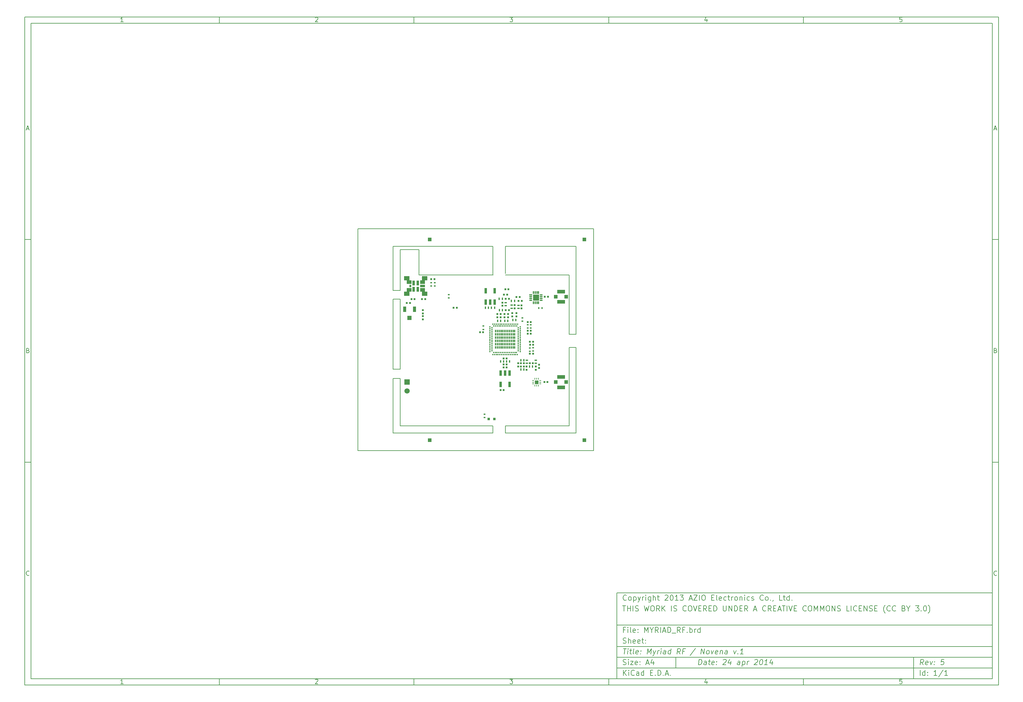
<source format=gtp>
G04 (created by PCBNEW (2013-05-31 BZR 4019)-stable) date 24/04/2014 12:04:12*
%MOIN*%
G04 Gerber Fmt 3.4, Leading zero omitted, Abs format*
%FSLAX34Y34*%
G01*
G70*
G90*
G04 APERTURE LIST*
%ADD10C,0.00590551*%
%ADD11C,0.0077*%
%ADD12R,0.0392X0.0392*%
%ADD13R,0.0195X0.0175*%
%ADD14R,0.0175X0.0195*%
%ADD15R,0.014X0.0259*%
%ADD16R,0.0259X0.014*%
%ADD17R,0.0195X0.0195*%
%ADD18R,0.0299X0.0649*%
%ADD19R,0.00984252X0.0216535*%
%ADD20R,0.0216535X0.00984252*%
%ADD21R,0.0433071X0.0433071*%
%ADD22R,0.0117X0.0275*%
%ADD23R,0.0117X0.0117*%
%ADD24R,0.0117X0.0177*%
%ADD25R,0.0177X0.0117*%
%ADD26R,0.0511811X0.0511811*%
%ADD27R,0.0354331X0.0629921*%
%ADD28R,0.0597X0.0597*%
%ADD29C,0.0597*%
%ADD30R,0.0591X0.0472*%
%ADD31R,0.0275591X0.0531496*%
%ADD32R,0.0531496X0.0393701*%
%ADD33R,0.023622X0.0275591*%
%ADD34R,0.0531496X0.0275591*%
%ADD35R,0.0314X0.0314*%
%ADD36R,0.0669X0.0669*%
%ADD37O,0.0117X0.0335*%
%ADD38O,0.0122X0.0335*%
%ADD39O,0.0118X0.0335*%
%ADD40O,0.0335X0.0118*%
%ADD41R,0.0335X0.0118*%
%ADD42O,0.0335X0.0122*%
%ADD43R,0.0393701X0.0393701*%
%ADD44R,0.0866142X0.0413386*%
G04 APERTURE END LIST*
G54D10*
X4000Y-4000D02*
X112930Y-4000D01*
X112930Y-78680D01*
X4000Y-78680D01*
X4000Y-4000D01*
X4700Y-4700D02*
X112230Y-4700D01*
X112230Y-77980D01*
X4700Y-77980D01*
X4700Y-4700D01*
X25780Y-4000D02*
X25780Y-4700D01*
X15032Y-4552D02*
X14747Y-4552D01*
X14890Y-4552D02*
X14890Y-4052D01*
X14842Y-4123D01*
X14794Y-4171D01*
X14747Y-4195D01*
X25780Y-78680D02*
X25780Y-77980D01*
X15032Y-78532D02*
X14747Y-78532D01*
X14890Y-78532D02*
X14890Y-78032D01*
X14842Y-78103D01*
X14794Y-78151D01*
X14747Y-78175D01*
X47560Y-4000D02*
X47560Y-4700D01*
X36527Y-4100D02*
X36550Y-4076D01*
X36598Y-4052D01*
X36717Y-4052D01*
X36765Y-4076D01*
X36789Y-4100D01*
X36812Y-4147D01*
X36812Y-4195D01*
X36789Y-4266D01*
X36503Y-4552D01*
X36812Y-4552D01*
X47560Y-78680D02*
X47560Y-77980D01*
X36527Y-78080D02*
X36550Y-78056D01*
X36598Y-78032D01*
X36717Y-78032D01*
X36765Y-78056D01*
X36789Y-78080D01*
X36812Y-78127D01*
X36812Y-78175D01*
X36789Y-78246D01*
X36503Y-78532D01*
X36812Y-78532D01*
X69340Y-4000D02*
X69340Y-4700D01*
X58283Y-4052D02*
X58592Y-4052D01*
X58426Y-4242D01*
X58497Y-4242D01*
X58545Y-4266D01*
X58569Y-4290D01*
X58592Y-4338D01*
X58592Y-4457D01*
X58569Y-4504D01*
X58545Y-4528D01*
X58497Y-4552D01*
X58354Y-4552D01*
X58307Y-4528D01*
X58283Y-4504D01*
X69340Y-78680D02*
X69340Y-77980D01*
X58283Y-78032D02*
X58592Y-78032D01*
X58426Y-78222D01*
X58497Y-78222D01*
X58545Y-78246D01*
X58569Y-78270D01*
X58592Y-78318D01*
X58592Y-78437D01*
X58569Y-78484D01*
X58545Y-78508D01*
X58497Y-78532D01*
X58354Y-78532D01*
X58307Y-78508D01*
X58283Y-78484D01*
X91120Y-4000D02*
X91120Y-4700D01*
X80325Y-4219D02*
X80325Y-4552D01*
X80206Y-4028D02*
X80087Y-4385D01*
X80396Y-4385D01*
X91120Y-78680D02*
X91120Y-77980D01*
X80325Y-78199D02*
X80325Y-78532D01*
X80206Y-78008D02*
X80087Y-78365D01*
X80396Y-78365D01*
X102129Y-4052D02*
X101890Y-4052D01*
X101867Y-4290D01*
X101890Y-4266D01*
X101938Y-4242D01*
X102057Y-4242D01*
X102105Y-4266D01*
X102129Y-4290D01*
X102152Y-4338D01*
X102152Y-4457D01*
X102129Y-4504D01*
X102105Y-4528D01*
X102057Y-4552D01*
X101938Y-4552D01*
X101890Y-4528D01*
X101867Y-4504D01*
X102129Y-78032D02*
X101890Y-78032D01*
X101867Y-78270D01*
X101890Y-78246D01*
X101938Y-78222D01*
X102057Y-78222D01*
X102105Y-78246D01*
X102129Y-78270D01*
X102152Y-78318D01*
X102152Y-78437D01*
X102129Y-78484D01*
X102105Y-78508D01*
X102057Y-78532D01*
X101938Y-78532D01*
X101890Y-78508D01*
X101867Y-78484D01*
X4000Y-28890D02*
X4700Y-28890D01*
X4230Y-16509D02*
X4469Y-16509D01*
X4183Y-16652D02*
X4350Y-16152D01*
X4516Y-16652D01*
X112930Y-28890D02*
X112230Y-28890D01*
X112460Y-16509D02*
X112699Y-16509D01*
X112413Y-16652D02*
X112580Y-16152D01*
X112746Y-16652D01*
X4000Y-53780D02*
X4700Y-53780D01*
X4385Y-41280D02*
X4457Y-41304D01*
X4480Y-41328D01*
X4504Y-41375D01*
X4504Y-41447D01*
X4480Y-41494D01*
X4457Y-41518D01*
X4409Y-41542D01*
X4219Y-41542D01*
X4219Y-41042D01*
X4385Y-41042D01*
X4433Y-41066D01*
X4457Y-41090D01*
X4480Y-41137D01*
X4480Y-41185D01*
X4457Y-41232D01*
X4433Y-41256D01*
X4385Y-41280D01*
X4219Y-41280D01*
X112930Y-53780D02*
X112230Y-53780D01*
X112615Y-41280D02*
X112687Y-41304D01*
X112710Y-41328D01*
X112734Y-41375D01*
X112734Y-41447D01*
X112710Y-41494D01*
X112687Y-41518D01*
X112639Y-41542D01*
X112449Y-41542D01*
X112449Y-41042D01*
X112615Y-41042D01*
X112663Y-41066D01*
X112687Y-41090D01*
X112710Y-41137D01*
X112710Y-41185D01*
X112687Y-41232D01*
X112663Y-41256D01*
X112615Y-41280D01*
X112449Y-41280D01*
X4504Y-66384D02*
X4480Y-66408D01*
X4409Y-66432D01*
X4361Y-66432D01*
X4290Y-66408D01*
X4242Y-66360D01*
X4219Y-66313D01*
X4195Y-66218D01*
X4195Y-66146D01*
X4219Y-66051D01*
X4242Y-66003D01*
X4290Y-65956D01*
X4361Y-65932D01*
X4409Y-65932D01*
X4480Y-65956D01*
X4504Y-65980D01*
X112734Y-66384D02*
X112710Y-66408D01*
X112639Y-66432D01*
X112591Y-66432D01*
X112520Y-66408D01*
X112472Y-66360D01*
X112449Y-66313D01*
X112425Y-66218D01*
X112425Y-66146D01*
X112449Y-66051D01*
X112472Y-66003D01*
X112520Y-65956D01*
X112591Y-65932D01*
X112639Y-65932D01*
X112710Y-65956D01*
X112734Y-65980D01*
X79380Y-76422D02*
X79455Y-75822D01*
X79597Y-75822D01*
X79680Y-75851D01*
X79730Y-75908D01*
X79751Y-75965D01*
X79765Y-76080D01*
X79755Y-76165D01*
X79712Y-76280D01*
X79676Y-76337D01*
X79612Y-76394D01*
X79522Y-76422D01*
X79380Y-76422D01*
X80237Y-76422D02*
X80276Y-76108D01*
X80255Y-76051D01*
X80201Y-76022D01*
X80087Y-76022D01*
X80026Y-76051D01*
X80240Y-76394D02*
X80180Y-76422D01*
X80037Y-76422D01*
X79983Y-76394D01*
X79962Y-76337D01*
X79969Y-76280D01*
X80005Y-76222D01*
X80065Y-76194D01*
X80208Y-76194D01*
X80269Y-76165D01*
X80487Y-76022D02*
X80715Y-76022D01*
X80597Y-75822D02*
X80533Y-76337D01*
X80555Y-76394D01*
X80608Y-76422D01*
X80665Y-76422D01*
X81097Y-76394D02*
X81037Y-76422D01*
X80922Y-76422D01*
X80869Y-76394D01*
X80847Y-76337D01*
X80876Y-76108D01*
X80912Y-76051D01*
X80972Y-76022D01*
X81087Y-76022D01*
X81140Y-76051D01*
X81162Y-76108D01*
X81155Y-76165D01*
X80862Y-76222D01*
X81387Y-76365D02*
X81412Y-76394D01*
X81380Y-76422D01*
X81355Y-76394D01*
X81387Y-76365D01*
X81380Y-76422D01*
X81426Y-76051D02*
X81451Y-76080D01*
X81419Y-76108D01*
X81394Y-76080D01*
X81426Y-76051D01*
X81419Y-76108D01*
X82162Y-75880D02*
X82194Y-75851D01*
X82255Y-75822D01*
X82397Y-75822D01*
X82451Y-75851D01*
X82476Y-75880D01*
X82497Y-75937D01*
X82490Y-75994D01*
X82451Y-76080D01*
X82065Y-76422D01*
X82437Y-76422D01*
X83001Y-76022D02*
X82951Y-76422D01*
X82887Y-75794D02*
X82690Y-76222D01*
X83062Y-76222D01*
X83980Y-76422D02*
X84019Y-76108D01*
X83997Y-76051D01*
X83944Y-76022D01*
X83830Y-76022D01*
X83769Y-76051D01*
X83983Y-76394D02*
X83922Y-76422D01*
X83780Y-76422D01*
X83726Y-76394D01*
X83705Y-76337D01*
X83712Y-76280D01*
X83747Y-76222D01*
X83808Y-76194D01*
X83951Y-76194D01*
X84012Y-76165D01*
X84315Y-76022D02*
X84240Y-76622D01*
X84312Y-76051D02*
X84372Y-76022D01*
X84487Y-76022D01*
X84540Y-76051D01*
X84565Y-76080D01*
X84587Y-76137D01*
X84565Y-76308D01*
X84530Y-76365D01*
X84497Y-76394D01*
X84437Y-76422D01*
X84322Y-76422D01*
X84269Y-76394D01*
X84808Y-76422D02*
X84858Y-76022D01*
X84844Y-76137D02*
X84880Y-76080D01*
X84912Y-76051D01*
X84972Y-76022D01*
X85030Y-76022D01*
X85676Y-75880D02*
X85708Y-75851D01*
X85769Y-75822D01*
X85912Y-75822D01*
X85965Y-75851D01*
X85990Y-75880D01*
X86012Y-75937D01*
X86005Y-75994D01*
X85965Y-76080D01*
X85580Y-76422D01*
X85951Y-76422D01*
X86397Y-75822D02*
X86455Y-75822D01*
X86508Y-75851D01*
X86533Y-75880D01*
X86555Y-75937D01*
X86569Y-76051D01*
X86551Y-76194D01*
X86508Y-76308D01*
X86472Y-76365D01*
X86440Y-76394D01*
X86380Y-76422D01*
X86322Y-76422D01*
X86269Y-76394D01*
X86244Y-76365D01*
X86222Y-76308D01*
X86208Y-76194D01*
X86226Y-76051D01*
X86269Y-75937D01*
X86305Y-75880D01*
X86337Y-75851D01*
X86397Y-75822D01*
X87094Y-76422D02*
X86751Y-76422D01*
X86922Y-76422D02*
X86997Y-75822D01*
X86930Y-75908D01*
X86865Y-75965D01*
X86805Y-75994D01*
X87658Y-76022D02*
X87608Y-76422D01*
X87544Y-75794D02*
X87347Y-76222D01*
X87719Y-76222D01*
X70972Y-77622D02*
X70972Y-77022D01*
X71315Y-77622D02*
X71058Y-77280D01*
X71315Y-77022D02*
X70972Y-77365D01*
X71572Y-77622D02*
X71572Y-77222D01*
X71572Y-77022D02*
X71544Y-77051D01*
X71572Y-77080D01*
X71601Y-77051D01*
X71572Y-77022D01*
X71572Y-77080D01*
X72201Y-77565D02*
X72172Y-77594D01*
X72087Y-77622D01*
X72030Y-77622D01*
X71944Y-77594D01*
X71887Y-77537D01*
X71858Y-77480D01*
X71830Y-77365D01*
X71830Y-77280D01*
X71858Y-77165D01*
X71887Y-77108D01*
X71944Y-77051D01*
X72030Y-77022D01*
X72087Y-77022D01*
X72172Y-77051D01*
X72201Y-77080D01*
X72715Y-77622D02*
X72715Y-77308D01*
X72687Y-77251D01*
X72630Y-77222D01*
X72515Y-77222D01*
X72458Y-77251D01*
X72715Y-77594D02*
X72658Y-77622D01*
X72515Y-77622D01*
X72458Y-77594D01*
X72430Y-77537D01*
X72430Y-77480D01*
X72458Y-77422D01*
X72515Y-77394D01*
X72658Y-77394D01*
X72715Y-77365D01*
X73258Y-77622D02*
X73258Y-77022D01*
X73258Y-77594D02*
X73201Y-77622D01*
X73087Y-77622D01*
X73030Y-77594D01*
X73001Y-77565D01*
X72972Y-77508D01*
X72972Y-77337D01*
X73001Y-77280D01*
X73030Y-77251D01*
X73087Y-77222D01*
X73201Y-77222D01*
X73258Y-77251D01*
X74001Y-77308D02*
X74201Y-77308D01*
X74287Y-77622D02*
X74001Y-77622D01*
X74001Y-77022D01*
X74287Y-77022D01*
X74544Y-77565D02*
X74572Y-77594D01*
X74544Y-77622D01*
X74515Y-77594D01*
X74544Y-77565D01*
X74544Y-77622D01*
X74829Y-77622D02*
X74829Y-77022D01*
X74972Y-77022D01*
X75058Y-77051D01*
X75115Y-77108D01*
X75144Y-77165D01*
X75172Y-77280D01*
X75172Y-77365D01*
X75144Y-77480D01*
X75115Y-77537D01*
X75058Y-77594D01*
X74972Y-77622D01*
X74829Y-77622D01*
X75429Y-77565D02*
X75458Y-77594D01*
X75429Y-77622D01*
X75401Y-77594D01*
X75429Y-77565D01*
X75429Y-77622D01*
X75687Y-77451D02*
X75972Y-77451D01*
X75629Y-77622D02*
X75829Y-77022D01*
X76029Y-77622D01*
X76229Y-77565D02*
X76258Y-77594D01*
X76229Y-77622D01*
X76201Y-77594D01*
X76229Y-77565D01*
X76229Y-77622D01*
X104522Y-76422D02*
X104358Y-76137D01*
X104180Y-76422D02*
X104255Y-75822D01*
X104483Y-75822D01*
X104537Y-75851D01*
X104562Y-75880D01*
X104583Y-75937D01*
X104572Y-76022D01*
X104537Y-76080D01*
X104505Y-76108D01*
X104444Y-76137D01*
X104215Y-76137D01*
X105012Y-76394D02*
X104951Y-76422D01*
X104837Y-76422D01*
X104783Y-76394D01*
X104762Y-76337D01*
X104790Y-76108D01*
X104826Y-76051D01*
X104887Y-76022D01*
X105001Y-76022D01*
X105055Y-76051D01*
X105076Y-76108D01*
X105069Y-76165D01*
X104776Y-76222D01*
X105287Y-76022D02*
X105380Y-76422D01*
X105572Y-76022D01*
X105758Y-76365D02*
X105783Y-76394D01*
X105751Y-76422D01*
X105726Y-76394D01*
X105758Y-76365D01*
X105751Y-76422D01*
X105797Y-76051D02*
X105822Y-76080D01*
X105790Y-76108D01*
X105765Y-76080D01*
X105797Y-76051D01*
X105790Y-76108D01*
X106855Y-75822D02*
X106569Y-75822D01*
X106505Y-76108D01*
X106537Y-76080D01*
X106597Y-76051D01*
X106740Y-76051D01*
X106794Y-76080D01*
X106819Y-76108D01*
X106840Y-76165D01*
X106822Y-76308D01*
X106787Y-76365D01*
X106755Y-76394D01*
X106694Y-76422D01*
X106551Y-76422D01*
X106497Y-76394D01*
X106472Y-76365D01*
X70944Y-76394D02*
X71030Y-76422D01*
X71172Y-76422D01*
X71230Y-76394D01*
X71258Y-76365D01*
X71287Y-76308D01*
X71287Y-76251D01*
X71258Y-76194D01*
X71230Y-76165D01*
X71172Y-76137D01*
X71058Y-76108D01*
X71001Y-76080D01*
X70972Y-76051D01*
X70944Y-75994D01*
X70944Y-75937D01*
X70972Y-75880D01*
X71001Y-75851D01*
X71058Y-75822D01*
X71201Y-75822D01*
X71287Y-75851D01*
X71544Y-76422D02*
X71544Y-76022D01*
X71544Y-75822D02*
X71515Y-75851D01*
X71544Y-75880D01*
X71572Y-75851D01*
X71544Y-75822D01*
X71544Y-75880D01*
X71772Y-76022D02*
X72087Y-76022D01*
X71772Y-76422D01*
X72087Y-76422D01*
X72544Y-76394D02*
X72487Y-76422D01*
X72372Y-76422D01*
X72315Y-76394D01*
X72287Y-76337D01*
X72287Y-76108D01*
X72315Y-76051D01*
X72372Y-76022D01*
X72487Y-76022D01*
X72544Y-76051D01*
X72572Y-76108D01*
X72572Y-76165D01*
X72287Y-76222D01*
X72830Y-76365D02*
X72858Y-76394D01*
X72830Y-76422D01*
X72801Y-76394D01*
X72830Y-76365D01*
X72830Y-76422D01*
X72830Y-76051D02*
X72858Y-76080D01*
X72830Y-76108D01*
X72801Y-76080D01*
X72830Y-76051D01*
X72830Y-76108D01*
X73544Y-76251D02*
X73830Y-76251D01*
X73487Y-76422D02*
X73687Y-75822D01*
X73887Y-76422D01*
X74344Y-76022D02*
X74344Y-76422D01*
X74201Y-75794D02*
X74058Y-76222D01*
X74430Y-76222D01*
X104172Y-77622D02*
X104172Y-77022D01*
X104715Y-77622D02*
X104715Y-77022D01*
X104715Y-77594D02*
X104658Y-77622D01*
X104544Y-77622D01*
X104487Y-77594D01*
X104458Y-77565D01*
X104430Y-77508D01*
X104430Y-77337D01*
X104458Y-77280D01*
X104487Y-77251D01*
X104544Y-77222D01*
X104658Y-77222D01*
X104715Y-77251D01*
X105001Y-77565D02*
X105030Y-77594D01*
X105001Y-77622D01*
X104972Y-77594D01*
X105001Y-77565D01*
X105001Y-77622D01*
X105001Y-77251D02*
X105030Y-77280D01*
X105001Y-77308D01*
X104972Y-77280D01*
X105001Y-77251D01*
X105001Y-77308D01*
X106058Y-77622D02*
X105715Y-77622D01*
X105887Y-77622D02*
X105887Y-77022D01*
X105829Y-77108D01*
X105772Y-77165D01*
X105715Y-77194D01*
X106744Y-76994D02*
X106230Y-77765D01*
X107258Y-77622D02*
X106915Y-77622D01*
X107087Y-77622D02*
X107087Y-77022D01*
X107029Y-77108D01*
X106972Y-77165D01*
X106915Y-77194D01*
X70969Y-74622D02*
X71312Y-74622D01*
X71065Y-75222D02*
X71140Y-74622D01*
X71437Y-75222D02*
X71487Y-74822D01*
X71512Y-74622D02*
X71480Y-74651D01*
X71505Y-74680D01*
X71537Y-74651D01*
X71512Y-74622D01*
X71505Y-74680D01*
X71687Y-74822D02*
X71915Y-74822D01*
X71797Y-74622D02*
X71733Y-75137D01*
X71755Y-75194D01*
X71808Y-75222D01*
X71865Y-75222D01*
X72151Y-75222D02*
X72097Y-75194D01*
X72076Y-75137D01*
X72140Y-74622D01*
X72612Y-75194D02*
X72551Y-75222D01*
X72437Y-75222D01*
X72383Y-75194D01*
X72362Y-75137D01*
X72390Y-74908D01*
X72426Y-74851D01*
X72487Y-74822D01*
X72601Y-74822D01*
X72655Y-74851D01*
X72676Y-74908D01*
X72669Y-74965D01*
X72376Y-75022D01*
X72901Y-75165D02*
X72926Y-75194D01*
X72894Y-75222D01*
X72869Y-75194D01*
X72901Y-75165D01*
X72894Y-75222D01*
X72940Y-74851D02*
X72965Y-74880D01*
X72933Y-74908D01*
X72908Y-74880D01*
X72940Y-74851D01*
X72933Y-74908D01*
X73637Y-75222D02*
X73712Y-74622D01*
X73858Y-75051D01*
X74112Y-74622D01*
X74037Y-75222D01*
X74315Y-74822D02*
X74408Y-75222D01*
X74601Y-74822D02*
X74408Y-75222D01*
X74333Y-75365D01*
X74301Y-75394D01*
X74240Y-75422D01*
X74780Y-75222D02*
X74830Y-74822D01*
X74815Y-74937D02*
X74851Y-74880D01*
X74883Y-74851D01*
X74944Y-74822D01*
X75001Y-74822D01*
X75151Y-75222D02*
X75201Y-74822D01*
X75226Y-74622D02*
X75194Y-74651D01*
X75219Y-74680D01*
X75251Y-74651D01*
X75226Y-74622D01*
X75219Y-74680D01*
X75694Y-75222D02*
X75733Y-74908D01*
X75712Y-74851D01*
X75658Y-74822D01*
X75544Y-74822D01*
X75483Y-74851D01*
X75697Y-75194D02*
X75637Y-75222D01*
X75494Y-75222D01*
X75440Y-75194D01*
X75419Y-75137D01*
X75426Y-75080D01*
X75462Y-75022D01*
X75522Y-74994D01*
X75665Y-74994D01*
X75726Y-74965D01*
X76237Y-75222D02*
X76312Y-74622D01*
X76240Y-75194D02*
X76180Y-75222D01*
X76065Y-75222D01*
X76012Y-75194D01*
X75987Y-75165D01*
X75965Y-75108D01*
X75987Y-74937D01*
X76022Y-74880D01*
X76055Y-74851D01*
X76115Y-74822D01*
X76230Y-74822D01*
X76283Y-74851D01*
X77322Y-75222D02*
X77158Y-74937D01*
X76980Y-75222D02*
X77055Y-74622D01*
X77283Y-74622D01*
X77337Y-74651D01*
X77362Y-74680D01*
X77383Y-74737D01*
X77372Y-74822D01*
X77337Y-74880D01*
X77305Y-74908D01*
X77244Y-74937D01*
X77015Y-74937D01*
X77819Y-74908D02*
X77619Y-74908D01*
X77580Y-75222D02*
X77655Y-74622D01*
X77940Y-74622D01*
X79058Y-74594D02*
X78447Y-75365D01*
X79637Y-75222D02*
X79712Y-74622D01*
X79980Y-75222D01*
X80055Y-74622D01*
X80351Y-75222D02*
X80297Y-75194D01*
X80272Y-75165D01*
X80251Y-75108D01*
X80272Y-74937D01*
X80308Y-74880D01*
X80340Y-74851D01*
X80401Y-74822D01*
X80487Y-74822D01*
X80540Y-74851D01*
X80565Y-74880D01*
X80587Y-74937D01*
X80565Y-75108D01*
X80530Y-75165D01*
X80497Y-75194D01*
X80437Y-75222D01*
X80351Y-75222D01*
X80801Y-74822D02*
X80894Y-75222D01*
X81087Y-74822D01*
X81497Y-75194D02*
X81437Y-75222D01*
X81322Y-75222D01*
X81269Y-75194D01*
X81247Y-75137D01*
X81276Y-74908D01*
X81312Y-74851D01*
X81372Y-74822D01*
X81487Y-74822D01*
X81540Y-74851D01*
X81562Y-74908D01*
X81555Y-74965D01*
X81262Y-75022D01*
X81830Y-74822D02*
X81780Y-75222D01*
X81822Y-74880D02*
X81855Y-74851D01*
X81915Y-74822D01*
X82001Y-74822D01*
X82055Y-74851D01*
X82076Y-74908D01*
X82037Y-75222D01*
X82580Y-75222D02*
X82619Y-74908D01*
X82597Y-74851D01*
X82544Y-74822D01*
X82430Y-74822D01*
X82369Y-74851D01*
X82583Y-75194D02*
X82522Y-75222D01*
X82380Y-75222D01*
X82326Y-75194D01*
X82305Y-75137D01*
X82312Y-75080D01*
X82347Y-75022D01*
X82408Y-74994D01*
X82551Y-74994D01*
X82612Y-74965D01*
X83315Y-74822D02*
X83408Y-75222D01*
X83601Y-74822D01*
X83787Y-75165D02*
X83812Y-75194D01*
X83780Y-75222D01*
X83755Y-75194D01*
X83787Y-75165D01*
X83780Y-75222D01*
X84380Y-75222D02*
X84037Y-75222D01*
X84208Y-75222D02*
X84283Y-74622D01*
X84215Y-74708D01*
X84151Y-74765D01*
X84090Y-74794D01*
X71172Y-72508D02*
X70972Y-72508D01*
X70972Y-72822D02*
X70972Y-72222D01*
X71258Y-72222D01*
X71487Y-72822D02*
X71487Y-72422D01*
X71487Y-72222D02*
X71458Y-72251D01*
X71487Y-72280D01*
X71515Y-72251D01*
X71487Y-72222D01*
X71487Y-72280D01*
X71858Y-72822D02*
X71801Y-72794D01*
X71772Y-72737D01*
X71772Y-72222D01*
X72315Y-72794D02*
X72258Y-72822D01*
X72144Y-72822D01*
X72087Y-72794D01*
X72058Y-72737D01*
X72058Y-72508D01*
X72087Y-72451D01*
X72144Y-72422D01*
X72258Y-72422D01*
X72315Y-72451D01*
X72344Y-72508D01*
X72344Y-72565D01*
X72058Y-72622D01*
X72601Y-72765D02*
X72630Y-72794D01*
X72601Y-72822D01*
X72572Y-72794D01*
X72601Y-72765D01*
X72601Y-72822D01*
X72601Y-72451D02*
X72630Y-72480D01*
X72601Y-72508D01*
X72572Y-72480D01*
X72601Y-72451D01*
X72601Y-72508D01*
X73344Y-72822D02*
X73344Y-72222D01*
X73544Y-72651D01*
X73744Y-72222D01*
X73744Y-72822D01*
X74144Y-72537D02*
X74144Y-72822D01*
X73944Y-72222D02*
X74144Y-72537D01*
X74344Y-72222D01*
X74887Y-72822D02*
X74687Y-72537D01*
X74544Y-72822D02*
X74544Y-72222D01*
X74772Y-72222D01*
X74830Y-72251D01*
X74858Y-72280D01*
X74887Y-72337D01*
X74887Y-72422D01*
X74858Y-72480D01*
X74830Y-72508D01*
X74772Y-72537D01*
X74544Y-72537D01*
X75144Y-72822D02*
X75144Y-72222D01*
X75401Y-72651D02*
X75687Y-72651D01*
X75344Y-72822D02*
X75544Y-72222D01*
X75744Y-72822D01*
X75944Y-72822D02*
X75944Y-72222D01*
X76087Y-72222D01*
X76172Y-72251D01*
X76230Y-72308D01*
X76258Y-72365D01*
X76287Y-72480D01*
X76287Y-72565D01*
X76258Y-72680D01*
X76230Y-72737D01*
X76172Y-72794D01*
X76087Y-72822D01*
X75944Y-72822D01*
X76401Y-72880D02*
X76858Y-72880D01*
X77344Y-72822D02*
X77144Y-72537D01*
X77001Y-72822D02*
X77001Y-72222D01*
X77230Y-72222D01*
X77287Y-72251D01*
X77315Y-72280D01*
X77344Y-72337D01*
X77344Y-72422D01*
X77315Y-72480D01*
X77287Y-72508D01*
X77230Y-72537D01*
X77001Y-72537D01*
X77801Y-72508D02*
X77601Y-72508D01*
X77601Y-72822D02*
X77601Y-72222D01*
X77887Y-72222D01*
X78115Y-72765D02*
X78144Y-72794D01*
X78115Y-72822D01*
X78087Y-72794D01*
X78115Y-72765D01*
X78115Y-72822D01*
X78401Y-72822D02*
X78401Y-72222D01*
X78401Y-72451D02*
X78458Y-72422D01*
X78572Y-72422D01*
X78630Y-72451D01*
X78658Y-72480D01*
X78687Y-72537D01*
X78687Y-72708D01*
X78658Y-72765D01*
X78630Y-72794D01*
X78572Y-72822D01*
X78458Y-72822D01*
X78401Y-72794D01*
X78944Y-72822D02*
X78944Y-72422D01*
X78944Y-72537D02*
X78972Y-72480D01*
X79001Y-72451D01*
X79058Y-72422D01*
X79115Y-72422D01*
X79572Y-72822D02*
X79572Y-72222D01*
X79572Y-72794D02*
X79515Y-72822D01*
X79401Y-72822D01*
X79344Y-72794D01*
X79315Y-72765D01*
X79287Y-72708D01*
X79287Y-72537D01*
X79315Y-72480D01*
X79344Y-72451D01*
X79401Y-72422D01*
X79515Y-72422D01*
X79572Y-72451D01*
X70944Y-73994D02*
X71030Y-74022D01*
X71172Y-74022D01*
X71230Y-73994D01*
X71258Y-73965D01*
X71287Y-73908D01*
X71287Y-73851D01*
X71258Y-73794D01*
X71230Y-73765D01*
X71172Y-73737D01*
X71058Y-73708D01*
X71001Y-73680D01*
X70972Y-73651D01*
X70944Y-73594D01*
X70944Y-73537D01*
X70972Y-73480D01*
X71001Y-73451D01*
X71058Y-73422D01*
X71201Y-73422D01*
X71287Y-73451D01*
X71544Y-74022D02*
X71544Y-73422D01*
X71801Y-74022D02*
X71801Y-73708D01*
X71772Y-73651D01*
X71715Y-73622D01*
X71630Y-73622D01*
X71572Y-73651D01*
X71544Y-73680D01*
X72315Y-73994D02*
X72258Y-74022D01*
X72144Y-74022D01*
X72087Y-73994D01*
X72058Y-73937D01*
X72058Y-73708D01*
X72087Y-73651D01*
X72144Y-73622D01*
X72258Y-73622D01*
X72315Y-73651D01*
X72344Y-73708D01*
X72344Y-73765D01*
X72058Y-73822D01*
X72830Y-73994D02*
X72772Y-74022D01*
X72658Y-74022D01*
X72601Y-73994D01*
X72572Y-73937D01*
X72572Y-73708D01*
X72601Y-73651D01*
X72658Y-73622D01*
X72772Y-73622D01*
X72830Y-73651D01*
X72858Y-73708D01*
X72858Y-73765D01*
X72572Y-73822D01*
X73030Y-73622D02*
X73258Y-73622D01*
X73115Y-73422D02*
X73115Y-73937D01*
X73144Y-73994D01*
X73201Y-74022D01*
X73258Y-74022D01*
X73458Y-73965D02*
X73487Y-73994D01*
X73458Y-74022D01*
X73430Y-73994D01*
X73458Y-73965D01*
X73458Y-74022D01*
X73458Y-73651D02*
X73487Y-73680D01*
X73458Y-73708D01*
X73430Y-73680D01*
X73458Y-73651D01*
X73458Y-73708D01*
X70887Y-69822D02*
X71230Y-69822D01*
X71058Y-70422D02*
X71058Y-69822D01*
X71430Y-70422D02*
X71430Y-69822D01*
X71430Y-70108D02*
X71772Y-70108D01*
X71772Y-70422D02*
X71772Y-69822D01*
X72058Y-70422D02*
X72058Y-69822D01*
X72315Y-70394D02*
X72401Y-70422D01*
X72544Y-70422D01*
X72601Y-70394D01*
X72629Y-70365D01*
X72658Y-70308D01*
X72658Y-70251D01*
X72629Y-70194D01*
X72601Y-70165D01*
X72544Y-70137D01*
X72429Y-70108D01*
X72372Y-70080D01*
X72344Y-70051D01*
X72315Y-69994D01*
X72315Y-69937D01*
X72344Y-69880D01*
X72372Y-69851D01*
X72429Y-69822D01*
X72572Y-69822D01*
X72658Y-69851D01*
X73315Y-69822D02*
X73458Y-70422D01*
X73572Y-69994D01*
X73687Y-70422D01*
X73830Y-69822D01*
X74172Y-69822D02*
X74287Y-69822D01*
X74344Y-69851D01*
X74401Y-69908D01*
X74430Y-70022D01*
X74430Y-70222D01*
X74401Y-70337D01*
X74344Y-70394D01*
X74287Y-70422D01*
X74172Y-70422D01*
X74115Y-70394D01*
X74058Y-70337D01*
X74030Y-70222D01*
X74030Y-70022D01*
X74058Y-69908D01*
X74115Y-69851D01*
X74172Y-69822D01*
X75029Y-70422D02*
X74829Y-70137D01*
X74687Y-70422D02*
X74687Y-69822D01*
X74915Y-69822D01*
X74972Y-69851D01*
X75001Y-69880D01*
X75029Y-69937D01*
X75029Y-70022D01*
X75001Y-70080D01*
X74972Y-70108D01*
X74915Y-70137D01*
X74687Y-70137D01*
X75287Y-70422D02*
X75287Y-69822D01*
X75629Y-70422D02*
X75372Y-70080D01*
X75629Y-69822D02*
X75287Y-70165D01*
X76344Y-70422D02*
X76344Y-69822D01*
X76601Y-70394D02*
X76687Y-70422D01*
X76829Y-70422D01*
X76887Y-70394D01*
X76915Y-70365D01*
X76944Y-70308D01*
X76944Y-70251D01*
X76915Y-70194D01*
X76887Y-70165D01*
X76829Y-70137D01*
X76715Y-70108D01*
X76658Y-70080D01*
X76629Y-70051D01*
X76601Y-69994D01*
X76601Y-69937D01*
X76629Y-69880D01*
X76658Y-69851D01*
X76715Y-69822D01*
X76858Y-69822D01*
X76944Y-69851D01*
X78001Y-70365D02*
X77972Y-70394D01*
X77887Y-70422D01*
X77830Y-70422D01*
X77744Y-70394D01*
X77687Y-70337D01*
X77658Y-70280D01*
X77630Y-70165D01*
X77630Y-70080D01*
X77658Y-69965D01*
X77687Y-69908D01*
X77744Y-69851D01*
X77830Y-69822D01*
X77887Y-69822D01*
X77972Y-69851D01*
X78001Y-69880D01*
X78372Y-69822D02*
X78487Y-69822D01*
X78544Y-69851D01*
X78601Y-69908D01*
X78630Y-70022D01*
X78630Y-70222D01*
X78601Y-70337D01*
X78544Y-70394D01*
X78487Y-70422D01*
X78372Y-70422D01*
X78315Y-70394D01*
X78258Y-70337D01*
X78230Y-70222D01*
X78230Y-70022D01*
X78258Y-69908D01*
X78315Y-69851D01*
X78372Y-69822D01*
X78801Y-69822D02*
X79001Y-70422D01*
X79201Y-69822D01*
X79401Y-70108D02*
X79601Y-70108D01*
X79687Y-70422D02*
X79401Y-70422D01*
X79401Y-69822D01*
X79687Y-69822D01*
X80287Y-70422D02*
X80087Y-70137D01*
X79944Y-70422D02*
X79944Y-69822D01*
X80172Y-69822D01*
X80229Y-69851D01*
X80258Y-69880D01*
X80287Y-69937D01*
X80287Y-70022D01*
X80258Y-70080D01*
X80229Y-70108D01*
X80172Y-70137D01*
X79944Y-70137D01*
X80544Y-70108D02*
X80744Y-70108D01*
X80829Y-70422D02*
X80544Y-70422D01*
X80544Y-69822D01*
X80829Y-69822D01*
X81087Y-70422D02*
X81087Y-69822D01*
X81229Y-69822D01*
X81315Y-69851D01*
X81372Y-69908D01*
X81401Y-69965D01*
X81429Y-70080D01*
X81429Y-70165D01*
X81401Y-70280D01*
X81372Y-70337D01*
X81315Y-70394D01*
X81229Y-70422D01*
X81087Y-70422D01*
X82144Y-69822D02*
X82144Y-70308D01*
X82172Y-70365D01*
X82201Y-70394D01*
X82258Y-70422D01*
X82372Y-70422D01*
X82429Y-70394D01*
X82458Y-70365D01*
X82487Y-70308D01*
X82487Y-69822D01*
X82772Y-70422D02*
X82772Y-69822D01*
X83115Y-70422D01*
X83115Y-69822D01*
X83401Y-70422D02*
X83401Y-69822D01*
X83544Y-69822D01*
X83629Y-69851D01*
X83687Y-69908D01*
X83715Y-69965D01*
X83744Y-70080D01*
X83744Y-70165D01*
X83715Y-70280D01*
X83687Y-70337D01*
X83629Y-70394D01*
X83544Y-70422D01*
X83401Y-70422D01*
X84001Y-70108D02*
X84201Y-70108D01*
X84287Y-70422D02*
X84001Y-70422D01*
X84001Y-69822D01*
X84287Y-69822D01*
X84887Y-70422D02*
X84687Y-70137D01*
X84544Y-70422D02*
X84544Y-69822D01*
X84772Y-69822D01*
X84829Y-69851D01*
X84858Y-69880D01*
X84887Y-69937D01*
X84887Y-70022D01*
X84858Y-70080D01*
X84829Y-70108D01*
X84772Y-70137D01*
X84544Y-70137D01*
X85572Y-70251D02*
X85858Y-70251D01*
X85515Y-70422D02*
X85715Y-69822D01*
X85915Y-70422D01*
X86915Y-70365D02*
X86887Y-70394D01*
X86801Y-70422D01*
X86744Y-70422D01*
X86658Y-70394D01*
X86601Y-70337D01*
X86572Y-70280D01*
X86544Y-70165D01*
X86544Y-70080D01*
X86572Y-69965D01*
X86601Y-69908D01*
X86658Y-69851D01*
X86744Y-69822D01*
X86801Y-69822D01*
X86887Y-69851D01*
X86915Y-69880D01*
X87515Y-70422D02*
X87315Y-70137D01*
X87172Y-70422D02*
X87172Y-69822D01*
X87401Y-69822D01*
X87458Y-69851D01*
X87487Y-69880D01*
X87515Y-69937D01*
X87515Y-70022D01*
X87487Y-70080D01*
X87458Y-70108D01*
X87401Y-70137D01*
X87172Y-70137D01*
X87772Y-70108D02*
X87972Y-70108D01*
X88058Y-70422D02*
X87772Y-70422D01*
X87772Y-69822D01*
X88058Y-69822D01*
X88287Y-70251D02*
X88572Y-70251D01*
X88229Y-70422D02*
X88429Y-69822D01*
X88629Y-70422D01*
X88744Y-69822D02*
X89087Y-69822D01*
X88915Y-70422D02*
X88915Y-69822D01*
X89287Y-70422D02*
X89287Y-69822D01*
X89487Y-69822D02*
X89687Y-70422D01*
X89887Y-69822D01*
X90087Y-70108D02*
X90287Y-70108D01*
X90372Y-70422D02*
X90087Y-70422D01*
X90087Y-69822D01*
X90372Y-69822D01*
X91429Y-70365D02*
X91401Y-70394D01*
X91315Y-70422D01*
X91258Y-70422D01*
X91172Y-70394D01*
X91115Y-70337D01*
X91087Y-70280D01*
X91058Y-70165D01*
X91058Y-70080D01*
X91087Y-69965D01*
X91115Y-69908D01*
X91172Y-69851D01*
X91258Y-69822D01*
X91315Y-69822D01*
X91401Y-69851D01*
X91429Y-69880D01*
X91801Y-69822D02*
X91915Y-69822D01*
X91972Y-69851D01*
X92029Y-69908D01*
X92058Y-70022D01*
X92058Y-70222D01*
X92029Y-70337D01*
X91972Y-70394D01*
X91915Y-70422D01*
X91801Y-70422D01*
X91744Y-70394D01*
X91687Y-70337D01*
X91658Y-70222D01*
X91658Y-70022D01*
X91687Y-69908D01*
X91744Y-69851D01*
X91801Y-69822D01*
X92315Y-70422D02*
X92315Y-69822D01*
X92515Y-70251D01*
X92715Y-69822D01*
X92715Y-70422D01*
X93001Y-70422D02*
X93001Y-69822D01*
X93201Y-70251D01*
X93401Y-69822D01*
X93401Y-70422D01*
X93801Y-69822D02*
X93915Y-69822D01*
X93972Y-69851D01*
X94029Y-69908D01*
X94058Y-70022D01*
X94058Y-70222D01*
X94029Y-70337D01*
X93972Y-70394D01*
X93915Y-70422D01*
X93801Y-70422D01*
X93744Y-70394D01*
X93687Y-70337D01*
X93658Y-70222D01*
X93658Y-70022D01*
X93687Y-69908D01*
X93744Y-69851D01*
X93801Y-69822D01*
X94315Y-70422D02*
X94315Y-69822D01*
X94658Y-70422D01*
X94658Y-69822D01*
X94915Y-70394D02*
X95001Y-70422D01*
X95144Y-70422D01*
X95201Y-70394D01*
X95229Y-70365D01*
X95258Y-70308D01*
X95258Y-70251D01*
X95229Y-70194D01*
X95201Y-70165D01*
X95144Y-70137D01*
X95029Y-70108D01*
X94972Y-70080D01*
X94944Y-70051D01*
X94915Y-69994D01*
X94915Y-69937D01*
X94944Y-69880D01*
X94972Y-69851D01*
X95029Y-69822D01*
X95172Y-69822D01*
X95258Y-69851D01*
X96258Y-70422D02*
X95972Y-70422D01*
X95972Y-69822D01*
X96458Y-70422D02*
X96458Y-69822D01*
X97087Y-70365D02*
X97058Y-70394D01*
X96972Y-70422D01*
X96915Y-70422D01*
X96829Y-70394D01*
X96772Y-70337D01*
X96744Y-70280D01*
X96715Y-70165D01*
X96715Y-70080D01*
X96744Y-69965D01*
X96772Y-69908D01*
X96829Y-69851D01*
X96915Y-69822D01*
X96972Y-69822D01*
X97058Y-69851D01*
X97087Y-69880D01*
X97344Y-70108D02*
X97544Y-70108D01*
X97629Y-70422D02*
X97344Y-70422D01*
X97344Y-69822D01*
X97629Y-69822D01*
X97887Y-70422D02*
X97887Y-69822D01*
X98229Y-70422D01*
X98229Y-69822D01*
X98487Y-70394D02*
X98572Y-70422D01*
X98715Y-70422D01*
X98772Y-70394D01*
X98801Y-70365D01*
X98829Y-70308D01*
X98829Y-70251D01*
X98801Y-70194D01*
X98772Y-70165D01*
X98715Y-70137D01*
X98601Y-70108D01*
X98544Y-70080D01*
X98515Y-70051D01*
X98487Y-69994D01*
X98487Y-69937D01*
X98515Y-69880D01*
X98544Y-69851D01*
X98601Y-69822D01*
X98744Y-69822D01*
X98829Y-69851D01*
X99087Y-70108D02*
X99287Y-70108D01*
X99372Y-70422D02*
X99087Y-70422D01*
X99087Y-69822D01*
X99372Y-69822D01*
X100258Y-70651D02*
X100229Y-70622D01*
X100172Y-70537D01*
X100144Y-70480D01*
X100115Y-70394D01*
X100087Y-70251D01*
X100087Y-70137D01*
X100115Y-69994D01*
X100144Y-69908D01*
X100172Y-69851D01*
X100229Y-69765D01*
X100258Y-69737D01*
X100829Y-70365D02*
X100801Y-70394D01*
X100715Y-70422D01*
X100658Y-70422D01*
X100572Y-70394D01*
X100515Y-70337D01*
X100487Y-70280D01*
X100458Y-70165D01*
X100458Y-70080D01*
X100487Y-69965D01*
X100515Y-69908D01*
X100572Y-69851D01*
X100658Y-69822D01*
X100715Y-69822D01*
X100801Y-69851D01*
X100829Y-69880D01*
X101429Y-70365D02*
X101401Y-70394D01*
X101315Y-70422D01*
X101258Y-70422D01*
X101172Y-70394D01*
X101115Y-70337D01*
X101087Y-70280D01*
X101058Y-70165D01*
X101058Y-70080D01*
X101087Y-69965D01*
X101115Y-69908D01*
X101172Y-69851D01*
X101258Y-69822D01*
X101315Y-69822D01*
X101401Y-69851D01*
X101429Y-69880D01*
X102344Y-70108D02*
X102429Y-70137D01*
X102458Y-70165D01*
X102487Y-70222D01*
X102487Y-70308D01*
X102458Y-70365D01*
X102429Y-70394D01*
X102372Y-70422D01*
X102144Y-70422D01*
X102144Y-69822D01*
X102344Y-69822D01*
X102401Y-69851D01*
X102429Y-69880D01*
X102458Y-69937D01*
X102458Y-69994D01*
X102429Y-70051D01*
X102401Y-70080D01*
X102344Y-70108D01*
X102144Y-70108D01*
X102858Y-70137D02*
X102858Y-70422D01*
X102658Y-69822D02*
X102858Y-70137D01*
X103058Y-69822D01*
X103658Y-69822D02*
X104029Y-69822D01*
X103829Y-70051D01*
X103915Y-70051D01*
X103972Y-70080D01*
X104001Y-70108D01*
X104029Y-70165D01*
X104029Y-70308D01*
X104001Y-70365D01*
X103972Y-70394D01*
X103915Y-70422D01*
X103744Y-70422D01*
X103687Y-70394D01*
X103658Y-70365D01*
X104287Y-70365D02*
X104315Y-70394D01*
X104287Y-70422D01*
X104258Y-70394D01*
X104287Y-70365D01*
X104287Y-70422D01*
X104687Y-69822D02*
X104744Y-69822D01*
X104801Y-69851D01*
X104829Y-69880D01*
X104858Y-69937D01*
X104887Y-70051D01*
X104887Y-70194D01*
X104858Y-70308D01*
X104829Y-70365D01*
X104801Y-70394D01*
X104744Y-70422D01*
X104687Y-70422D01*
X104629Y-70394D01*
X104601Y-70365D01*
X104572Y-70308D01*
X104544Y-70194D01*
X104544Y-70051D01*
X104572Y-69937D01*
X104601Y-69880D01*
X104629Y-69851D01*
X104687Y-69822D01*
X105087Y-70651D02*
X105115Y-70622D01*
X105172Y-70537D01*
X105201Y-70480D01*
X105229Y-70394D01*
X105258Y-70251D01*
X105258Y-70137D01*
X105229Y-69994D01*
X105201Y-69908D01*
X105172Y-69851D01*
X105115Y-69765D01*
X105087Y-69737D01*
X71315Y-69165D02*
X71287Y-69194D01*
X71201Y-69222D01*
X71144Y-69222D01*
X71058Y-69194D01*
X71001Y-69137D01*
X70972Y-69080D01*
X70944Y-68965D01*
X70944Y-68880D01*
X70972Y-68765D01*
X71001Y-68708D01*
X71058Y-68651D01*
X71144Y-68622D01*
X71201Y-68622D01*
X71287Y-68651D01*
X71315Y-68680D01*
X71658Y-69222D02*
X71601Y-69194D01*
X71572Y-69165D01*
X71544Y-69108D01*
X71544Y-68937D01*
X71572Y-68880D01*
X71601Y-68851D01*
X71658Y-68822D01*
X71744Y-68822D01*
X71801Y-68851D01*
X71830Y-68880D01*
X71858Y-68937D01*
X71858Y-69108D01*
X71830Y-69165D01*
X71801Y-69194D01*
X71744Y-69222D01*
X71658Y-69222D01*
X72115Y-68822D02*
X72115Y-69422D01*
X72115Y-68851D02*
X72172Y-68822D01*
X72287Y-68822D01*
X72344Y-68851D01*
X72372Y-68880D01*
X72401Y-68937D01*
X72401Y-69108D01*
X72372Y-69165D01*
X72344Y-69194D01*
X72287Y-69222D01*
X72172Y-69222D01*
X72115Y-69194D01*
X72601Y-68822D02*
X72744Y-69222D01*
X72887Y-68822D02*
X72744Y-69222D01*
X72687Y-69365D01*
X72658Y-69394D01*
X72601Y-69422D01*
X73115Y-69222D02*
X73115Y-68822D01*
X73115Y-68937D02*
X73144Y-68880D01*
X73172Y-68851D01*
X73230Y-68822D01*
X73287Y-68822D01*
X73487Y-69222D02*
X73487Y-68822D01*
X73487Y-68622D02*
X73458Y-68651D01*
X73487Y-68680D01*
X73515Y-68651D01*
X73487Y-68622D01*
X73487Y-68680D01*
X74030Y-68822D02*
X74030Y-69308D01*
X74001Y-69365D01*
X73972Y-69394D01*
X73915Y-69422D01*
X73830Y-69422D01*
X73772Y-69394D01*
X74030Y-69194D02*
X73972Y-69222D01*
X73858Y-69222D01*
X73801Y-69194D01*
X73772Y-69165D01*
X73744Y-69108D01*
X73744Y-68937D01*
X73772Y-68880D01*
X73801Y-68851D01*
X73858Y-68822D01*
X73972Y-68822D01*
X74030Y-68851D01*
X74315Y-69222D02*
X74315Y-68622D01*
X74572Y-69222D02*
X74572Y-68908D01*
X74544Y-68851D01*
X74487Y-68822D01*
X74401Y-68822D01*
X74344Y-68851D01*
X74315Y-68880D01*
X74772Y-68822D02*
X75001Y-68822D01*
X74858Y-68622D02*
X74858Y-69137D01*
X74887Y-69194D01*
X74944Y-69222D01*
X75001Y-69222D01*
X75630Y-68680D02*
X75658Y-68651D01*
X75715Y-68622D01*
X75858Y-68622D01*
X75915Y-68651D01*
X75944Y-68680D01*
X75972Y-68737D01*
X75972Y-68794D01*
X75944Y-68880D01*
X75601Y-69222D01*
X75972Y-69222D01*
X76344Y-68622D02*
X76401Y-68622D01*
X76458Y-68651D01*
X76487Y-68680D01*
X76515Y-68737D01*
X76544Y-68851D01*
X76544Y-68994D01*
X76515Y-69108D01*
X76487Y-69165D01*
X76458Y-69194D01*
X76401Y-69222D01*
X76344Y-69222D01*
X76287Y-69194D01*
X76258Y-69165D01*
X76230Y-69108D01*
X76201Y-68994D01*
X76201Y-68851D01*
X76230Y-68737D01*
X76258Y-68680D01*
X76287Y-68651D01*
X76344Y-68622D01*
X77115Y-69222D02*
X76772Y-69222D01*
X76944Y-69222D02*
X76944Y-68622D01*
X76887Y-68708D01*
X76830Y-68765D01*
X76772Y-68794D01*
X77315Y-68622D02*
X77687Y-68622D01*
X77487Y-68851D01*
X77572Y-68851D01*
X77630Y-68880D01*
X77658Y-68908D01*
X77687Y-68965D01*
X77687Y-69108D01*
X77658Y-69165D01*
X77630Y-69194D01*
X77572Y-69222D01*
X77401Y-69222D01*
X77344Y-69194D01*
X77315Y-69165D01*
X78372Y-69051D02*
X78658Y-69051D01*
X78315Y-69222D02*
X78515Y-68622D01*
X78715Y-69222D01*
X78858Y-68622D02*
X79258Y-68622D01*
X78858Y-69222D01*
X79258Y-69222D01*
X79487Y-69222D02*
X79487Y-68622D01*
X79887Y-68622D02*
X80001Y-68622D01*
X80058Y-68651D01*
X80115Y-68708D01*
X80144Y-68822D01*
X80144Y-69022D01*
X80115Y-69137D01*
X80058Y-69194D01*
X80001Y-69222D01*
X79887Y-69222D01*
X79830Y-69194D01*
X79772Y-69137D01*
X79744Y-69022D01*
X79744Y-68822D01*
X79772Y-68708D01*
X79830Y-68651D01*
X79887Y-68622D01*
X80858Y-68908D02*
X81058Y-68908D01*
X81144Y-69222D02*
X80858Y-69222D01*
X80858Y-68622D01*
X81144Y-68622D01*
X81487Y-69222D02*
X81430Y-69194D01*
X81401Y-69137D01*
X81401Y-68622D01*
X81944Y-69194D02*
X81887Y-69222D01*
X81772Y-69222D01*
X81715Y-69194D01*
X81687Y-69137D01*
X81687Y-68908D01*
X81715Y-68851D01*
X81772Y-68822D01*
X81887Y-68822D01*
X81944Y-68851D01*
X81972Y-68908D01*
X81972Y-68965D01*
X81687Y-69022D01*
X82487Y-69194D02*
X82430Y-69222D01*
X82315Y-69222D01*
X82258Y-69194D01*
X82230Y-69165D01*
X82201Y-69108D01*
X82201Y-68937D01*
X82230Y-68880D01*
X82258Y-68851D01*
X82315Y-68822D01*
X82430Y-68822D01*
X82487Y-68851D01*
X82658Y-68822D02*
X82887Y-68822D01*
X82744Y-68622D02*
X82744Y-69137D01*
X82772Y-69194D01*
X82830Y-69222D01*
X82887Y-69222D01*
X83087Y-69222D02*
X83087Y-68822D01*
X83087Y-68937D02*
X83115Y-68880D01*
X83144Y-68851D01*
X83201Y-68822D01*
X83258Y-68822D01*
X83544Y-69222D02*
X83487Y-69194D01*
X83458Y-69165D01*
X83430Y-69108D01*
X83430Y-68937D01*
X83458Y-68880D01*
X83487Y-68851D01*
X83544Y-68822D01*
X83630Y-68822D01*
X83687Y-68851D01*
X83715Y-68880D01*
X83744Y-68937D01*
X83744Y-69108D01*
X83715Y-69165D01*
X83687Y-69194D01*
X83630Y-69222D01*
X83544Y-69222D01*
X84001Y-68822D02*
X84001Y-69222D01*
X84001Y-68880D02*
X84030Y-68851D01*
X84087Y-68822D01*
X84172Y-68822D01*
X84230Y-68851D01*
X84258Y-68908D01*
X84258Y-69222D01*
X84544Y-69222D02*
X84544Y-68822D01*
X84544Y-68622D02*
X84515Y-68651D01*
X84544Y-68680D01*
X84572Y-68651D01*
X84544Y-68622D01*
X84544Y-68680D01*
X85087Y-69194D02*
X85030Y-69222D01*
X84915Y-69222D01*
X84858Y-69194D01*
X84830Y-69165D01*
X84801Y-69108D01*
X84801Y-68937D01*
X84830Y-68880D01*
X84858Y-68851D01*
X84915Y-68822D01*
X85030Y-68822D01*
X85087Y-68851D01*
X85315Y-69194D02*
X85372Y-69222D01*
X85487Y-69222D01*
X85544Y-69194D01*
X85572Y-69137D01*
X85572Y-69108D01*
X85544Y-69051D01*
X85487Y-69022D01*
X85401Y-69022D01*
X85344Y-68994D01*
X85315Y-68937D01*
X85315Y-68908D01*
X85344Y-68851D01*
X85401Y-68822D01*
X85487Y-68822D01*
X85544Y-68851D01*
X86630Y-69165D02*
X86601Y-69194D01*
X86515Y-69222D01*
X86458Y-69222D01*
X86372Y-69194D01*
X86315Y-69137D01*
X86287Y-69080D01*
X86258Y-68965D01*
X86258Y-68880D01*
X86287Y-68765D01*
X86315Y-68708D01*
X86372Y-68651D01*
X86458Y-68622D01*
X86515Y-68622D01*
X86601Y-68651D01*
X86630Y-68680D01*
X86972Y-69222D02*
X86915Y-69194D01*
X86887Y-69165D01*
X86858Y-69108D01*
X86858Y-68937D01*
X86887Y-68880D01*
X86915Y-68851D01*
X86972Y-68822D01*
X87058Y-68822D01*
X87115Y-68851D01*
X87144Y-68880D01*
X87172Y-68937D01*
X87172Y-69108D01*
X87144Y-69165D01*
X87115Y-69194D01*
X87058Y-69222D01*
X86972Y-69222D01*
X87430Y-69165D02*
X87458Y-69194D01*
X87430Y-69222D01*
X87401Y-69194D01*
X87430Y-69165D01*
X87430Y-69222D01*
X87744Y-69194D02*
X87744Y-69222D01*
X87715Y-69280D01*
X87687Y-69308D01*
X88744Y-69222D02*
X88458Y-69222D01*
X88458Y-68622D01*
X88858Y-68822D02*
X89087Y-68822D01*
X88944Y-68622D02*
X88944Y-69137D01*
X88972Y-69194D01*
X89030Y-69222D01*
X89087Y-69222D01*
X89544Y-69222D02*
X89544Y-68622D01*
X89544Y-69194D02*
X89487Y-69222D01*
X89372Y-69222D01*
X89315Y-69194D01*
X89287Y-69165D01*
X89258Y-69108D01*
X89258Y-68937D01*
X89287Y-68880D01*
X89315Y-68851D01*
X89372Y-68822D01*
X89487Y-68822D01*
X89544Y-68851D01*
X89830Y-69165D02*
X89858Y-69194D01*
X89830Y-69222D01*
X89801Y-69194D01*
X89830Y-69165D01*
X89830Y-69222D01*
X70230Y-68380D02*
X70230Y-77980D01*
X70230Y-71980D02*
X112230Y-71980D01*
X70230Y-68380D02*
X112230Y-68380D01*
X70230Y-74380D02*
X112230Y-74380D01*
X103430Y-75580D02*
X103430Y-77980D01*
X70230Y-76780D02*
X112230Y-76780D01*
X70230Y-75580D02*
X112230Y-75580D01*
X76830Y-75580D02*
X76830Y-76780D01*
G54D11*
X46007Y-30019D02*
X48110Y-30019D01*
X48110Y-30019D02*
X48110Y-32834D01*
X48110Y-32834D02*
X56425Y-32834D01*
X46007Y-30019D02*
X46007Y-34570D01*
X41283Y-52483D02*
X41283Y-27680D01*
X67661Y-52483D02*
X41283Y-52483D01*
X67661Y-27680D02*
X67661Y-52483D01*
X41283Y-27680D02*
X67661Y-27680D01*
X64905Y-32834D02*
X64905Y-39492D01*
X57764Y-32834D02*
X64905Y-32834D01*
X57764Y-32677D02*
X57764Y-29648D01*
X65692Y-29650D02*
X57764Y-29650D01*
X65692Y-39492D02*
X65692Y-29650D01*
X64905Y-39492D02*
X65692Y-39492D01*
X57764Y-50515D02*
X57764Y-49728D01*
X65692Y-50515D02*
X57764Y-50515D01*
X65692Y-40948D02*
X65692Y-50515D01*
X64905Y-40948D02*
X65692Y-40948D01*
X64905Y-49728D02*
X64905Y-40948D01*
X57764Y-49728D02*
X64905Y-49728D01*
X45220Y-50515D02*
X45220Y-44413D01*
X56386Y-50515D02*
X45220Y-50515D01*
X56386Y-49728D02*
X56386Y-50515D01*
X46007Y-49728D02*
X56386Y-49728D01*
X46007Y-44413D02*
X46007Y-49728D01*
X46007Y-44413D02*
X45220Y-44413D01*
X45220Y-43390D02*
X45220Y-35555D01*
X46007Y-43390D02*
X45220Y-43390D01*
X46007Y-35555D02*
X46007Y-43390D01*
X46007Y-35555D02*
X45220Y-35555D01*
X46007Y-34570D02*
X45220Y-34570D01*
X45220Y-29648D02*
X45220Y-34570D01*
X45220Y-29648D02*
X56384Y-29648D01*
X56384Y-32834D02*
X56384Y-29648D01*
G54D12*
X49299Y-51303D03*
X49299Y-51303D03*
X66622Y-51303D03*
X66622Y-51303D03*
X66621Y-28862D03*
X66621Y-28862D03*
G54D13*
X49488Y-33712D03*
X49488Y-34082D03*
X49877Y-33724D03*
X49877Y-34094D03*
X51445Y-35036D03*
X51445Y-35406D03*
G54D14*
X61870Y-36559D03*
X61500Y-36559D03*
G54D13*
X60516Y-41366D03*
X60516Y-40996D03*
X55299Y-38559D03*
X55299Y-38929D03*
X60882Y-40980D03*
X60882Y-41350D03*
X60618Y-38784D03*
X60618Y-38414D03*
X60264Y-38402D03*
X60264Y-38772D03*
X59665Y-38024D03*
X59665Y-37654D03*
G54D15*
X59851Y-43397D03*
X59511Y-43397D03*
G54D16*
X57825Y-35952D03*
X57825Y-36292D03*
G54D15*
X59843Y-42393D03*
X59503Y-42393D03*
X58800Y-35740D03*
X58460Y-35740D03*
X57442Y-36787D03*
X57102Y-36787D03*
G54D16*
X58472Y-36568D03*
X58472Y-36228D03*
G54D15*
X57434Y-35512D03*
X57094Y-35512D03*
X58957Y-37870D03*
X58617Y-37870D03*
G54D16*
X59252Y-36247D03*
X59252Y-36587D03*
G54D15*
X58260Y-42511D03*
X57920Y-42511D03*
X57231Y-42503D03*
X57571Y-42503D03*
G54D16*
X61173Y-42713D03*
X61173Y-42373D03*
G54D15*
X60803Y-43082D03*
X60463Y-43082D03*
G54D16*
X60177Y-42721D03*
X60177Y-42381D03*
G54D15*
X57237Y-37984D03*
X56897Y-37984D03*
X56568Y-36500D03*
X56228Y-36500D03*
X55550Y-36496D03*
X55890Y-36496D03*
X58044Y-37992D03*
X57704Y-37992D03*
G54D17*
X59016Y-35305D03*
X59370Y-35305D03*
X61547Y-42893D03*
X61547Y-43247D03*
X61173Y-43082D03*
X61173Y-43436D03*
X60500Y-42712D03*
X60854Y-42712D03*
X60149Y-43082D03*
X60149Y-43436D03*
X59500Y-43084D03*
X59854Y-43084D03*
X59500Y-42720D03*
X59854Y-42720D03*
X59201Y-43078D03*
X59201Y-42724D03*
X59577Y-36584D03*
X59577Y-36230D03*
X57232Y-45704D03*
X57586Y-45704D03*
X57622Y-35059D03*
X57976Y-35059D03*
X57921Y-42830D03*
X57921Y-43184D03*
X57570Y-42830D03*
X57570Y-43184D03*
X57567Y-42181D03*
X57921Y-42181D03*
X59012Y-37480D03*
X59012Y-37126D03*
X59248Y-35744D03*
X59602Y-35744D03*
X58799Y-36575D03*
X58799Y-36221D03*
X57441Y-36289D03*
X57441Y-35935D03*
X51976Y-36496D03*
X52330Y-36496D03*
X57825Y-35522D03*
X58179Y-35522D03*
X58071Y-37579D03*
X58071Y-37225D03*
X57677Y-37579D03*
X57677Y-37225D03*
X57260Y-37575D03*
X57260Y-37221D03*
X57825Y-36781D03*
X58179Y-36781D03*
X57764Y-34433D03*
X58118Y-34433D03*
X56874Y-37567D03*
X56874Y-37213D03*
X58547Y-37480D03*
X58547Y-37126D03*
X62185Y-35279D03*
X62539Y-35279D03*
X48532Y-37130D03*
X48532Y-36776D03*
X48532Y-37457D03*
X48532Y-37811D03*
X60264Y-38110D03*
X60618Y-38110D03*
X60268Y-39083D03*
X60622Y-39083D03*
X60264Y-39406D03*
X60618Y-39406D03*
X60528Y-40307D03*
X60882Y-40307D03*
X60516Y-41649D03*
X60870Y-41649D03*
X55283Y-39252D03*
X54929Y-39252D03*
X60536Y-40649D03*
X60890Y-40649D03*
G54D13*
X55460Y-48779D03*
X55460Y-48409D03*
G54D12*
X49299Y-28862D03*
X49299Y-28862D03*
G54D18*
X57234Y-43826D03*
X57734Y-43826D03*
X58234Y-43826D03*
X58234Y-45077D03*
X57234Y-45077D03*
X56579Y-35874D03*
X56079Y-35874D03*
X55579Y-35874D03*
X55579Y-34623D03*
X56579Y-34623D03*
G54D19*
X61271Y-45224D03*
X61074Y-45224D03*
X61468Y-45224D03*
X61468Y-44437D03*
X61271Y-44437D03*
X61074Y-44437D03*
G54D20*
X60877Y-45027D03*
X60877Y-44830D03*
X60877Y-44633D03*
X61665Y-44830D03*
X61665Y-44633D03*
X61665Y-45027D03*
G54D21*
X61271Y-44830D03*
G54D17*
X62130Y-44826D03*
X62484Y-44826D03*
G54D22*
X58242Y-40948D03*
X58242Y-40580D03*
X58242Y-40216D03*
X58242Y-39845D03*
X58242Y-39480D03*
X58242Y-39113D03*
X58437Y-39113D03*
X58439Y-39480D03*
X58439Y-39845D03*
X58439Y-40216D03*
X58439Y-40580D03*
X58439Y-40948D03*
X58827Y-40948D03*
X58827Y-40580D03*
X58827Y-40216D03*
X58827Y-39845D03*
X58827Y-39480D03*
X58827Y-39113D03*
X58630Y-39113D03*
X58630Y-39480D03*
X58630Y-39845D03*
X58630Y-40216D03*
X58630Y-40580D03*
X58630Y-40948D03*
X57462Y-40948D03*
X57462Y-40580D03*
X57462Y-40216D03*
X57462Y-39845D03*
X57462Y-39480D03*
X57462Y-39113D03*
X57657Y-39113D03*
X57659Y-39480D03*
X57659Y-39845D03*
X57659Y-40216D03*
X57659Y-40580D03*
X57659Y-40948D03*
X58047Y-40948D03*
X58047Y-40580D03*
X58047Y-40216D03*
X58047Y-39845D03*
X58047Y-39480D03*
X58047Y-39113D03*
X57850Y-39113D03*
X57850Y-39480D03*
X57850Y-39845D03*
X57850Y-40216D03*
X57850Y-40580D03*
X57850Y-40948D03*
X57067Y-40948D03*
X57067Y-40580D03*
X57067Y-40216D03*
X57067Y-39845D03*
X57067Y-39480D03*
X57067Y-39113D03*
X57264Y-39113D03*
X57265Y-39480D03*
X57265Y-39845D03*
X57265Y-40216D03*
X57265Y-40580D03*
X57265Y-40948D03*
X56875Y-40948D03*
X56875Y-40580D03*
X56875Y-40216D03*
X56875Y-39845D03*
X56875Y-39480D03*
X56875Y-39113D03*
G54D23*
X58836Y-38554D03*
X59033Y-38554D03*
X58638Y-38554D03*
X58441Y-38554D03*
X58245Y-38554D03*
X58048Y-38554D03*
X57851Y-38554D03*
X57655Y-38554D03*
X57458Y-38554D03*
X57260Y-38554D03*
X57063Y-38554D03*
X56866Y-38554D03*
X56671Y-38554D03*
G54D24*
X59130Y-38330D03*
X58933Y-38330D03*
X58738Y-38330D03*
X58541Y-38330D03*
X58343Y-38330D03*
X58146Y-38330D03*
X57950Y-38330D03*
X57753Y-38330D03*
X57556Y-38330D03*
X57360Y-38330D03*
X57163Y-38330D03*
X56966Y-38330D03*
X56768Y-38330D03*
X56571Y-38330D03*
G54D23*
X56473Y-38554D03*
G54D25*
X59453Y-38653D03*
G54D23*
X59228Y-38753D03*
G54D25*
X59453Y-38852D03*
X59453Y-39048D03*
X59453Y-39245D03*
X59453Y-39442D03*
X59453Y-39638D03*
X59451Y-39835D03*
X59453Y-40032D03*
X59453Y-40228D03*
X59453Y-40427D03*
X59453Y-40622D03*
X59453Y-40820D03*
X59453Y-41017D03*
X59453Y-41212D03*
X59453Y-41400D03*
G54D23*
X59228Y-38950D03*
X59228Y-39145D03*
X59228Y-39343D03*
X59228Y-39540D03*
X59228Y-39737D03*
X59228Y-39933D03*
X59228Y-40132D03*
X59228Y-40327D03*
X59228Y-40523D03*
X59228Y-40722D03*
X59228Y-40918D03*
X59228Y-41312D03*
X59228Y-41115D03*
X58830Y-41505D03*
X59026Y-41505D03*
X58633Y-41505D03*
X58436Y-41505D03*
X58238Y-41505D03*
X58043Y-41505D03*
X57846Y-41505D03*
X57648Y-41505D03*
X57451Y-41505D03*
X57255Y-41505D03*
X57058Y-41505D03*
X56860Y-41505D03*
X56665Y-41505D03*
G54D24*
X59123Y-41730D03*
X58926Y-41730D03*
X58731Y-41730D03*
X58535Y-41730D03*
X58338Y-41730D03*
X58141Y-41730D03*
X57943Y-41730D03*
X57746Y-41730D03*
X57550Y-41729D03*
X57353Y-41730D03*
X57156Y-41730D03*
X56960Y-41730D03*
X56763Y-41730D03*
X56566Y-41730D03*
G54D23*
X56468Y-41505D03*
G54D24*
X56368Y-41730D03*
X56374Y-38330D03*
G54D25*
X56051Y-38652D03*
G54D23*
X56276Y-38751D03*
G54D25*
X56051Y-38849D03*
X56051Y-39046D03*
X56051Y-39243D03*
X56051Y-39440D03*
X56051Y-39637D03*
X56051Y-39833D03*
X56051Y-40030D03*
X56051Y-40227D03*
X56051Y-40424D03*
X56051Y-40621D03*
X56051Y-40818D03*
X56051Y-41015D03*
X56051Y-41210D03*
X56051Y-41407D03*
G54D23*
X56276Y-38948D03*
X56276Y-39144D03*
X56276Y-39341D03*
X56276Y-39538D03*
X56276Y-39735D03*
X56276Y-39932D03*
X56276Y-40129D03*
X56276Y-40326D03*
X56276Y-40522D03*
X56276Y-40719D03*
X56276Y-40916D03*
X56276Y-41310D03*
X56276Y-41113D03*
G54D22*
X56679Y-39113D03*
X56679Y-39480D03*
X56679Y-39845D03*
X56679Y-40216D03*
X56679Y-40580D03*
X56679Y-40948D03*
G54D17*
X47617Y-35551D03*
X47263Y-35551D03*
X46752Y-35984D03*
X47106Y-35984D03*
G54D26*
X47047Y-37653D03*
G54D27*
X47596Y-36692D03*
X46498Y-36692D03*
G54D17*
X49842Y-33322D03*
X49488Y-33322D03*
X48445Y-35551D03*
X48799Y-35551D03*
G54D28*
X46772Y-44821D03*
G54D29*
X46772Y-45821D03*
G54D30*
X48755Y-34960D03*
X46755Y-34960D03*
X46755Y-33228D03*
X48755Y-33228D03*
G54D31*
X47992Y-34458D03*
G54D32*
X48513Y-33661D03*
X46998Y-33661D03*
X46998Y-34527D03*
X48513Y-34527D03*
G54D33*
X47145Y-34094D03*
G54D34*
X48513Y-34094D03*
G54D31*
X47519Y-34458D03*
X47992Y-33730D03*
X47519Y-33729D03*
G54D35*
X56535Y-48937D03*
X55905Y-48937D03*
G54D36*
X61200Y-35379D03*
G54D37*
X61298Y-34799D03*
G54D38*
X61102Y-34799D03*
G54D37*
X60905Y-34799D03*
G54D38*
X61495Y-34799D03*
X61102Y-35959D03*
G54D39*
X60905Y-35960D03*
X61298Y-35960D03*
X61495Y-35960D03*
G54D40*
X60619Y-35281D03*
G54D41*
X60619Y-35084D03*
G54D40*
X60619Y-35477D03*
X60619Y-35674D03*
G54D42*
X61780Y-35281D03*
G54D40*
X61781Y-35084D03*
X61781Y-35477D03*
X61781Y-35674D03*
G54D43*
X64594Y-35279D03*
X63413Y-35279D03*
G54D44*
X64003Y-35860D03*
X64003Y-34698D03*
G54D43*
X64594Y-44826D03*
X63413Y-44826D03*
G54D44*
X64003Y-45407D03*
X64003Y-44246D03*
M02*

</source>
